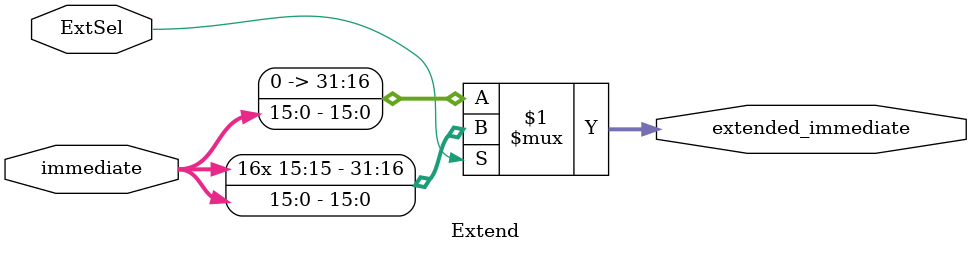
<source format=v>
`timescale 1ns / 1ps

module Extend(
	input [15:0] immediate, 
	input ExtSel, 
	output [31:0] extended_immediate
    );
	assign extended_immediate = (ExtSel)?{{16{immediate[15]}}, immediate[15:0]}
											:{{16{1'b0}}, immediate[15:0]};
endmodule

</source>
